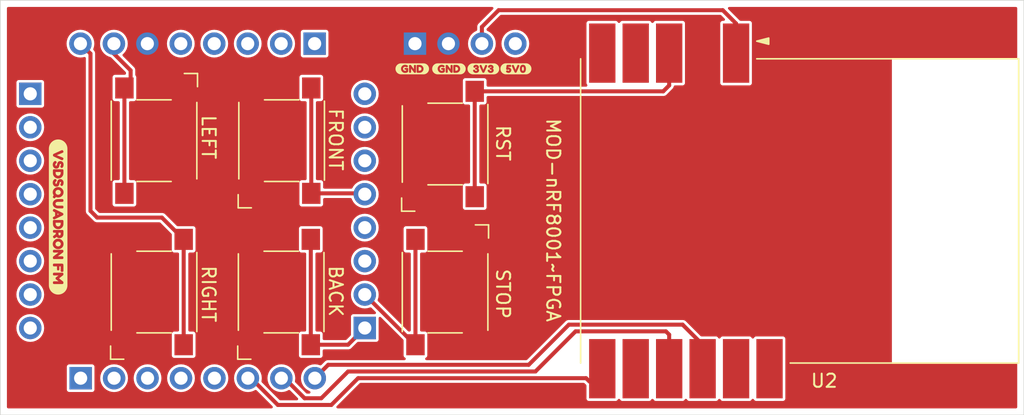
<source format=kicad_pcb>
(kicad_pcb (version 20240108) (generator "pcbnew") (generator_version "8.0")
  (layers (0 "F.Cu" signal) (31 "B.Cu" signal) (34 "B.Paste" user) (35 "F.Paste" user) (36 "B.SilkS" user "B.Silkscreen") (37 "F.SilkS" user "F.Silkscreen") (38 "B.Mask" user) (39 "F.Mask" user) (44 "Edge.Cuts" user))
  (net 0 "")
  (net 1 "S1")
  (net 2 "GND")
  (net 3 "S2")
  (net 4 "S3")
  (net 5 "S4")
  (net 6 "RST")
  (net 7 "S5")
  (net 14 "+5V")
  (net 17 "SO")
  (net 21 "SCK")
  (net 25 "SI")
  (net 29 "+3.3V")
  (footprint "Button_Switch_SMD:SW_SPST_Omron_B3FS-105xP" (layer "F.Cu") (at 109.764 89.662 90)
    (property "Reference" "SW6" (hide yes))
    (property "Value" "SW_Omron_B3FS")
    (pad "1" smd rect (at -4 -2.25 270) (size 1.6 1.4) (layers "F.Cu" "F.Paste" "F.Mask") (net 2 "GND"))
    (pad "1" smd rect (at 4 -2.25 270) (size 1.6 1.4) (layers "F.Cu" "F.Paste" "F.Mask") (net 2 "GND"))
    (pad "2" smd rect (at -4 2.25 270) (size 1.6 1.4) (layers "F.Cu" "F.Paste" "F.Mask") (net 7 "S5"))
    (pad "2" smd rect (at 4 2.25 270) (size 1.6 1.4) (layers "F.Cu" "F.Paste" "F.Mask") (net 7 "S5"))
  )
  (footprint "Button_Switch_SMD:SW_SPST_Omron_B3FS-105xP" (layer "F.Cu") (at 122.174 89.916 90)
    (property "Reference" "SW5" (hide yes))
    (property "Value" "SW_Omron_B3FS")
    (pad "1" smd rect (at -4 -2.25 270) (size 1.6 1.4) (layers "F.Cu" "F.Paste" "F.Mask") (net 2 "GND"))
    (pad "1" smd rect (at 4 -2.25 270) (size 1.6 1.4) (layers "F.Cu" "F.Paste" "F.Mask") (net 2 "GND"))
    (pad "2" smd rect (at -4 2.25 270) (size 1.6 1.4) (layers "F.Cu" "F.Paste" "F.Mask") (net 6 "RST"))
    (pad "2" smd rect (at 4 2.25 270) (size 1.6 1.4) (layers "F.Cu" "F.Paste" "F.Mask") (net 6 "RST"))
  )
  (footprint "Button_Switch_SMD:SW_SPST_Omron_B3FS-105xP" (layer "F.Cu") (at 100.076 101.156 90)
    (property "Reference" "SW4" (hide yes))
    (property "Value" "SW_Omron_B3FS")
    (pad "1" smd rect (at -4 -2.25 270) (size 1.6 1.4) (layers "F.Cu" "F.Paste" "F.Mask") (net 2 "GND"))
    (pad "1" smd rect (at 4 -2.25 270) (size 1.6 1.4) (layers "F.Cu" "F.Paste" "F.Mask") (net 2 "GND"))
    (pad "2" smd rect (at -4 2.25 270) (size 1.6 1.4) (layers "F.Cu" "F.Paste" "F.Mask") (net 5 "S4"))
    (pad "2" smd rect (at 4 2.25 270) (size 1.6 1.4) (layers "F.Cu" "F.Paste" "F.Mask") (net 5 "S4"))
  )
  (footprint "Button_Switch_SMD:SW_SPST_Omron_B3FS-105xP" (layer "F.Cu") (at 109.728 101.156 90)
    (property "Reference" "SW1" (hide yes))
    (property "Value" "SW_Omron_B3FS")
    (pad "1" smd rect (at -4 -2.25 270) (size 1.6 1.4) (layers "F.Cu" "F.Paste" "F.Mask") (net 2 "GND"))
    (pad "1" smd rect (at 4 -2.25 270) (size 1.6 1.4) (layers "F.Cu" "F.Paste" "F.Mask") (net 2 "GND"))
    (pad "2" smd rect (at -4 2.25 270) (size 1.6 1.4) (layers "F.Cu" "F.Paste" "F.Mask") (net 1 "S1"))
    (pad "2" smd rect (at 4 2.25 270) (size 1.6 1.4) (layers "F.Cu" "F.Paste" "F.Mask") (net 1 "S1"))
  )
  (footprint "RF_Module:MOD-nRF8001" (layer "F.Cu") (at 149.098 94.996 -90)
    (property "Reference" "U2" (at 12.9 -1.86 0) (layer "F.SilkS"))
    (property "Value" "MOD-nRF8001")
    (pad "1" smd rect (at -11.98 4.83 180) (size 2 4.5) (layers "F.Cu" "F.Paste" "F.Mask") (net 29 "+3.3V"))
    (pad "2" smd rect (at -11.98 7.37 180) (size 2 4.5) (layers "F.Cu" "F.Paste" "F.Mask") (net 2 "GND"))
    (pad "3" smd rect (at -11.98 9.91 180) (size 2 4.5) (layers "F.Cu" "F.Paste" "F.Mask") (net 6 "RST"))
    (pad "4" smd rect (at -11.98 12.45 180) (size 2 4.5) (layers "F.Cu" "F.Paste" "F.Mask"))
    (pad "5" smd rect (at -11.98 14.99 180) (size 2 4.5) (layers "F.Cu" "F.Paste" "F.Mask"))
    (pad "6" smd rect (at 11.98 14.99 180) (size 2 4.5) (layers "F.Cu" "F.Paste" "F.Mask") (net 21 "SCK"))
    (pad "7" smd rect (at 11.98 12.45 180) (size 2 4.5) (layers "F.Cu" "F.Paste" "F.Mask"))
    (pad "8" smd rect (at 11.98 9.91 180) (size 2 4.5) (layers "F.Cu" "F.Paste" "F.Mask") (net 25 "SI"))
    (pad "9" smd rect (at 11.98 7.37 180) (size 2 4.5) (layers "F.Cu" "F.Paste" "F.Mask") (net 17 "SO"))
    (pad "10" smd rect (at 11.98 4.83 180) (size 2 4.5) (layers "F.Cu" "F.Paste" "F.Mask"))
    (pad "11" smd rect (at 11.98 2.29 180) (size 2 4.5) (layers "F.Cu" "F.Paste" "F.Mask"))
    (zone (net 0) (net_name "") (layers "*.Cu") (connect_pads (clearance 0)) (min_thickness 0.254)
      (keepout (tracks not_allowed) (vias not_allowed) (pads not_allowed) (copperpour not_allowed) (footprints not_allowed))
      (fill (thermal_gap 0.508) (thermal_bridge_width 0.508))
      (polygon (pts (xy 156.098 83.446) (xy 165.724 83.446) (xy 165.724 106.546) (xy 156.098 106.546)))
    )
  )
  (footprint "Button_Switch_SMD:SW_SPST_Omron_B3FS-105xP" (layer "F.Cu") (at 100.076 89.662 -90)
    (property "Reference" "SW3" (hide yes))
    (property "Value" "SW_Omron_B3FS")
    (pad "1" smd rect (at -4 -2.25 90) (size 1.6 1.4) (layers "F.Cu" "F.Paste" "F.Mask") (net 2 "GND"))
    (pad "1" smd rect (at 4 -2.25 90) (size 1.6 1.4) (layers "F.Cu" "F.Paste" "F.Mask") (net 2 "GND"))
    (pad "2" smd rect (at -4 2.25 90) (size 1.6 1.4) (layers "F.Cu" "F.Paste" "F.Mask") (net 4 "S3"))
    (pad "2" smd rect (at 4 2.25 90) (size 1.6 1.4) (layers "F.Cu" "F.Paste" "F.Mask") (net 4 "S3"))
  )
  (footprint "Button_Switch_SMD:SW_SPST_Omron_B3FS-105xP" (layer "F.Cu") (at 122.174 101.156 -90)
    (property "Reference" "SW2" (hide yes))
    (property "Value" "SW_Omron_B3FS")
    (pad "1" smd rect (at -4 -2.25 90) (size 1.6 1.4) (layers "F.Cu" "F.Paste" "F.Mask") (net 2 "GND"))
    (pad "1" smd rect (at 4 -2.25 90) (size 1.6 1.4) (layers "F.Cu" "F.Paste" "F.Mask") (net 2 "GND"))
    (pad "2" smd rect (at -4 2.25 90) (size 1.6 1.4) (layers "F.Cu" "F.Paste" "F.Mask") (net 3 "S2"))
    (pad "2" smd rect (at 4 2.25 90) (size 1.6 1.4) (layers "F.Cu" "F.Paste" "F.Mask") (net 3 "S2"))
  )
  (footprint "VSDsquadron_FM:VSDSquadron_FM" (layer "F.Cu") (at 103.428764 94.977764)
    (property "Reference" "U1" (hide yes))
    (property "Value" "VSDSquadron FM" (hide yes))
    (pad "1" thru_hole rect (at -8.925764 12.718236 90) (size 1.7 1.7) (drill 1) (layers "*.Cu" "*.Mask"))
    (pad "2" thru_hole oval (at -6.385764 12.718236 90) (size 1.7 1.7) (drill 1) (layers "*.Cu" "*.Mask"))
    (pad "3" thru_hole oval (at -3.845764 12.718236 90) (size 1.7 1.7) (drill 1) (layers "*.Cu" "*.Mask"))
    (pad "4" thru_hole oval (at -1.305764 12.718236 90) (size 1.7 1.7) (drill 1) (layers "*.Cu" "*.Mask"))
    (pad "5" thru_hole oval (at 1.234236 12.718236 90) (size 1.7 1.7) (drill 1) (layers "*.Cu" "*.Mask"))
    (pad "6" thru_hole oval (at 3.774236 12.718236 90) (size 1.7 1.7) (drill 1) (layers "*.Cu" "*.Mask") (net 21 "SCK"))
    (pad "7" thru_hole oval (at 6.314236 12.718236 90) (size 1.7 1.7) (drill 1) (layers "*.Cu" "*.Mask") (net 25 "SI"))
    (pad "8" thru_hole oval (at 8.854236 12.718236 90) (size 1.7 1.7) (drill 1) (layers "*.Cu" "*.Mask") (net 17 "SO"))
    (pad "9" thru_hole rect (at 12.649236 8.908236 180) (size 1.7 1.7) (drill 1) (layers "*.Cu" "*.Mask") (net 1 "S1"))
    (pad "10" thru_hole oval (at 12.649236 6.368236 180) (size 1.7 1.7) (drill 1) (layers "*.Cu" "*.Mask") (net 3 "S2"))
    (pad "11" thru_hole oval (at 12.649236 3.828236 180) (size 1.7 1.7) (drill 1) (layers "*.Cu" "*.Mask"))
    (pad "12" thru_hole oval (at 12.649236 1.288236 180) (size 1.7 1.7) (drill 1) (layers "*.Cu" "*.Mask"))
    (pad "13" thru_hole oval (at 12.649236 -1.251764 180) (size 1.7 1.7) (drill 1) (layers "*.Cu" "*.Mask") (net 7 "S5"))
    (pad "14" thru_hole oval (at 12.649236 -3.791764 180) (size 1.7 1.7) (drill 1) (layers "*.Cu" "*.Mask"))
    (pad "15" thru_hole oval (at 12.649236 -6.331764 180) (size 1.7 1.7) (drill 1) (layers "*.Cu" "*.Mask"))
    (pad "16" thru_hole oval (at 12.649236 -8.871764 180) (size 1.7 1.7) (drill 1) (layers "*.Cu" "*.Mask"))
    (pad "17" thru_hole rect (at 8.839236 -12.681764 270) (size 1.7 1.7) (drill 1) (layers "*.Cu" "*.Mask"))
    (pad "18" thru_hole oval (at 6.299236 -12.681764 270) (size 1.7 1.7) (drill 1) (layers "*.Cu" "*.Mask"))
    (pad "19" thru_hole oval (at 3.759236 -12.681764 270) (size 1.7 1.7) (drill 1) (layers "*.Cu" "*.Mask"))
    (pad "20" thru_hole oval (at 1.219236 -12.681764 270) (size 1.7 1.7) (drill 1) (layers "*.Cu" "*.Mask"))
    (pad "21" thru_hole oval (at -1.320764 -12.681764 270) (size 1.7 1.7) (drill 1) (layers "*.Cu" "*.Mask"))
    (pad "22" thru_hole oval (at -3.860764 -12.681764 270) (size 1.7 1.7) (drill 1) (layers "*.Cu" "*.Mask") (net 2 "GND"))
    (pad "23" thru_hole oval (at -6.400764 -12.681764 270) (size 1.7 1.7) (drill 1) (layers "*.Cu" "*.Mask") (net 4 "S3"))
    (pad "24" thru_hole oval (at -8.940764 -12.681764 270) (size 1.7 1.7) (drill 1) (layers "*.Cu" "*.Mask") (net 5 "S4"))
    (pad "25" thru_hole rect (at -12.750764 -8.871764) (size 1.7 1.7) (drill 1) (layers "*.Cu" "*.Mask"))
    (pad "26" thru_hole oval (at -12.750764 -6.331764) (size 1.7 1.7) (drill 1) (layers "*.Cu" "*.Mask"))
    (pad "27" thru_hole oval (at -12.750764 -3.791764) (size 1.7 1.7) (drill 1) (layers "*.Cu" "*.Mask"))
    (pad "28" thru_hole oval (at -12.750764 -1.251764) (size 1.7 1.7) (drill 1) (layers "*.Cu" "*.Mask"))
    (pad "29" thru_hole oval (at -12.750764 1.288236) (size 1.7 1.7) (drill 1) (layers "*.Cu" "*.Mask"))
    (pad "30" thru_hole oval (at -12.750764 3.828236) (size 1.7 1.7) (drill 1) (layers "*.Cu" "*.Mask"))
    (pad "31" thru_hole oval (at -12.750764 6.368236) (size 1.7 1.7) (drill 1) (layers "*.Cu" "*.Mask"))
    (pad "32" thru_hole oval (at -12.750764 8.908236) (size 1.7 1.7) (drill 1) (layers "*.Cu" "*.Mask"))
    (pad "33" thru_hole rect (at 16.459236 -12.681764 90) (size 1.7 1.7) (drill 1) (layers "*.Cu" "*.Mask") (net 2 "GND"))
    (pad "34" thru_hole oval (at 18.999236 -12.681764 90) (size 1.7 1.7) (drill 1) (layers "*.Cu" "*.Mask") (net 2 "GND"))
    (pad "35" thru_hole oval (at 21.539236 -12.681764 90) (size 1.7 1.7) (drill 1) (layers "*.Cu" "*.Mask") (net 29 "+3.3V"))
    (pad "36" thru_hole oval (at 24.079236 -12.681764 90) (size 1.7 1.7) (drill 1) (layers "*.Cu" "*.Mask") (net 14 "+5V"))
  )
  (gr_rect (start 88.404764 79.006764) (end 166.116 110.49) (stroke (width 0.05)) (fill none) (layer "Edge.Cuts"))
  (gr_text "RST" (at 125.984 88.392 270) (layer "F.SilkS") (effects (font (size 1 1)) (justify left bottom)))
  (gr_text "LEFT" (at 103.632 87.63 270) (layer "F.SilkS") (effects (font (size 1 1)) (justify left bottom)))
  (gr_text "RIGHT" (at 103.632 99.06 270) (layer "F.SilkS") (effects (font (size 1 1)) (justify left bottom)))
  (gr_text "MOD-nRF8001~FPGA" (at 129.794 87.884 270) (layer "F.SilkS") (effects (font (size 1 1)) (justify left bottom)))
  (gr_text "BACK" (at 113.284 99.06 270) (layer "F.SilkS") (effects (font (size 1 1)) (justify left bottom)))
  (gr_text "FRONT" (at 113.284 87.122 270) (layer "F.SilkS") (effects (font (size 1 1)) (justify left bottom)))
  (gr_text "STOP" (at 125.984 99.314 270) (layer "F.SilkS") (effects (font (size 1 1)) (justify left bottom)))
  (segment (start 114.808 105.156) (end 116.078 103.886) (width 0.3048) (layer "F.Cu") (net 1))
  (segment (start 111.978 105.156) (end 114.808 105.156) (width 0.3048) (layer "F.Cu") (net 1))
  (segment (start 111.978 97.156) (end 111.978 105.156) (width 0.3048) (layer "F.Cu") (net 1))
  (segment (start 99.568 82.296) (end 99.568 82.904) (width 0.2) (layer "F.Cu") (net 2))
  (segment (start 119.888 85.88) (end 119.924 85.916) (width 0.2) (layer "F.Cu") (net 2))
  (segment (start 119.924 97.156) (end 119.924 105.156) (width 0.3048) (layer "F.Cu") (net 3))
  (segment (start 119.888 105.156) (end 116.078 101.346) (width 0.3048) (layer "F.Cu") (net 3))
  (segment (start 119.924 105.156) (end 119.888 105.156) (width 0.2) (layer "F.Cu") (net 3))
  (segment (start 97.028 82.296) (end 97.028 83.058) (width 0.2) (layer "F.Cu") (net 4))
  (segment (start 98.298 85.19) (end 97.826 85.662) (width 0.2) (layer "F.Cu") (net 4))
  (segment (start 97.826 85.662) (end 97.826 93.662) (width 0.3048) (layer "F.Cu") (net 4))
  (segment (start 97.028 83.058) (end 98.298 84.328) (width 0.3048) (layer "F.Cu") (net 4))
  (segment (start 98.298 84.328) (end 98.298 85.19) (width 0.3048) (layer "F.Cu") (net 4))
  (segment (start 94.488 82.296) (end 95.25 83.058) (width 0.3048) (layer "F.Cu") (net 5))
  (segment (start 102.326 97.156) (end 102.326 105.156) (width 0.3048) (layer "F.Cu") (net 5))
  (segment (start 95.25 83.058) (end 95.25 94.996) (width 0.3048) (layer "F.Cu") (net 5))
  (segment (start 95.25 94.996) (end 95.758 95.504) (width 0.3048) (layer "F.Cu") (net 5))
  (segment (start 95.758 95.504) (end 100.674 95.504) (width 0.3048) (layer "F.Cu") (net 5))
  (segment (start 100.674 95.504) (end 102.326 97.156) (width 0.3048) (layer "F.Cu") (net 5))
  (segment (start 124.424 85.916) (end 138.738 85.916) (width 0.3048) (layer "F.Cu") (net 6))
  (segment (start 124.424 85.916) (end 124.424 93.916) (width 0.3048) (layer "F.Cu") (net 6))
  (segment (start 139.188 85.466) (end 139.188 83.016) (width 0.3048) (layer "F.Cu") (net 6))
  (segment (start 138.738 85.916) (end 139.188 85.466) (width 0.3048) (layer "F.Cu") (net 6))
  (segment (start 112.014 93.662) (end 116.014 93.662) (width 0.3048) (layer "F.Cu") (net 7))
  (segment (start 116.014 93.662) (end 116.078 93.726) (width 0.2) (layer "F.Cu") (net 7))
  (segment (start 112.014 85.662) (end 112.014 93.662) (width 0.3048) (layer "F.Cu") (net 7))
  (segment (start 112.283 107.696) (end 113.299 106.68) (width 0.3048) (layer "F.Cu") (net 17))
  (segment (start 140.208 103.632) (end 141.728 105.152) (width 0.3048) (layer "F.Cu") (net 17))
  (segment (start 131.572 103.632) (end 140.208 103.632) (width 0.3048) (layer "F.Cu") (net 17))
  (segment (start 113.299 106.68) (end 128.524 106.68) (width 0.3048) (layer "F.Cu") (net 17))
  (segment (start 141.728 105.152) (end 141.728 106.976) (width 0.2) (layer "F.Cu") (net 17))
  (segment (start 128.524 106.68) (end 131.572 103.632) (width 0.3048) (layer "F.Cu") (net 17))
  (segment (start 113.538 109.728) (end 115.57 107.696) (width 0.3048) (layer "F.Cu") (net 21))
  (segment (start 107.442 107.696) (end 109.474 109.728) (width 0.3048) (layer "F.Cu") (net 21))
  (segment (start 133.134 107.95) (end 134.108 106.976) (width 0.2) (layer "F.Cu") (net 21))
  (segment (start 132.88 107.696) (end 133.134 107.95) (width 0.3048) (layer "F.Cu") (net 21))
  (segment (start 109.474 109.728) (end 113.538 109.728) (width 0.3048) (layer "F.Cu") (net 21))
  (segment (start 107.203 107.696) (end 107.442 107.696) (width 0.2) (layer "F.Cu") (net 21))
  (segment (start 115.57 107.696) (end 132.88 107.696) (width 0.3048) (layer "F.Cu") (net 21))
  (segment (start 139.188 104.39) (end 139.188 106.976) (width 0.3048) (layer "F.Cu") (net 25))
  (segment (start 110.251 107.188) (end 110.251 107.965) (width 0.2) (layer "F.Cu") (net 25))
  (segment (start 132.08 104.14) (end 138.938 104.14) (width 0.3048) (layer "F.Cu") (net 25))
  (segment (start 110.251 107.965) (end 111.506 109.22) (width 0.3048) (layer "F.Cu") (net 25))
  (segment (start 129.032 107.188) (end 132.08 104.14) (width 0.3048) (layer "F.Cu") (net 25))
  (segment (start 138.938 104.14) (end 139.188 104.39) (width 0.3048) (layer "F.Cu") (net 25))
  (segment (start 114.808 107.188) (end 129.032 107.188) (width 0.3048) (layer "F.Cu") (net 25))
  (segment (start 112.776 109.22) (end 114.808 107.188) (width 0.3048) (layer "F.Cu") (net 25))
  (segment (start 109.743 107.696) (end 110.251 107.188) (width 0.2) (layer "F.Cu") (net 25))
  (segment (start 111.506 109.22) (end 112.776 109.22) (width 0.3048) (layer "F.Cu") (net 25))
  (segment (start 144.268 84.266) (end 144.268 83.016) (width 0.2) (layer "F.Cu") (net 29))
  (segment (start 144.268 80.768) (end 144.268 83.016) (width 0.3048) (layer "F.Cu") (net 29))
  (segment (start 126.238 79.756) (end 143.256 79.756) (width 0.3048) (layer "F.Cu") (net 29))
  (segment (start 124.968 81.026) (end 126.238 79.756) (width 0.3048) (layer "F.Cu") (net 29))
  (segment (start 124.968 82.296) (end 124.968 81.026) (width 0.3048) (layer "F.Cu") (net 29))
  (segment (start 143.256 79.756) (end 144.268 80.768) (width 0.3048) (layer "F.Cu") (net 29))
  (zone (net 2) (net_name "GND") (layer "F.Cu") (connect_pads yes (clearance 0.2)) (min_thickness 0.2) (fill yes (thermal_gap 0.5) (thermal_bridge_width 0.5))
    (polygon (pts (xy 88.404764 79.006764) (xy 166.116 79.006764) (xy 166.116 110.49) (xy 88.404764 110.49)))
  )
)
</source>
